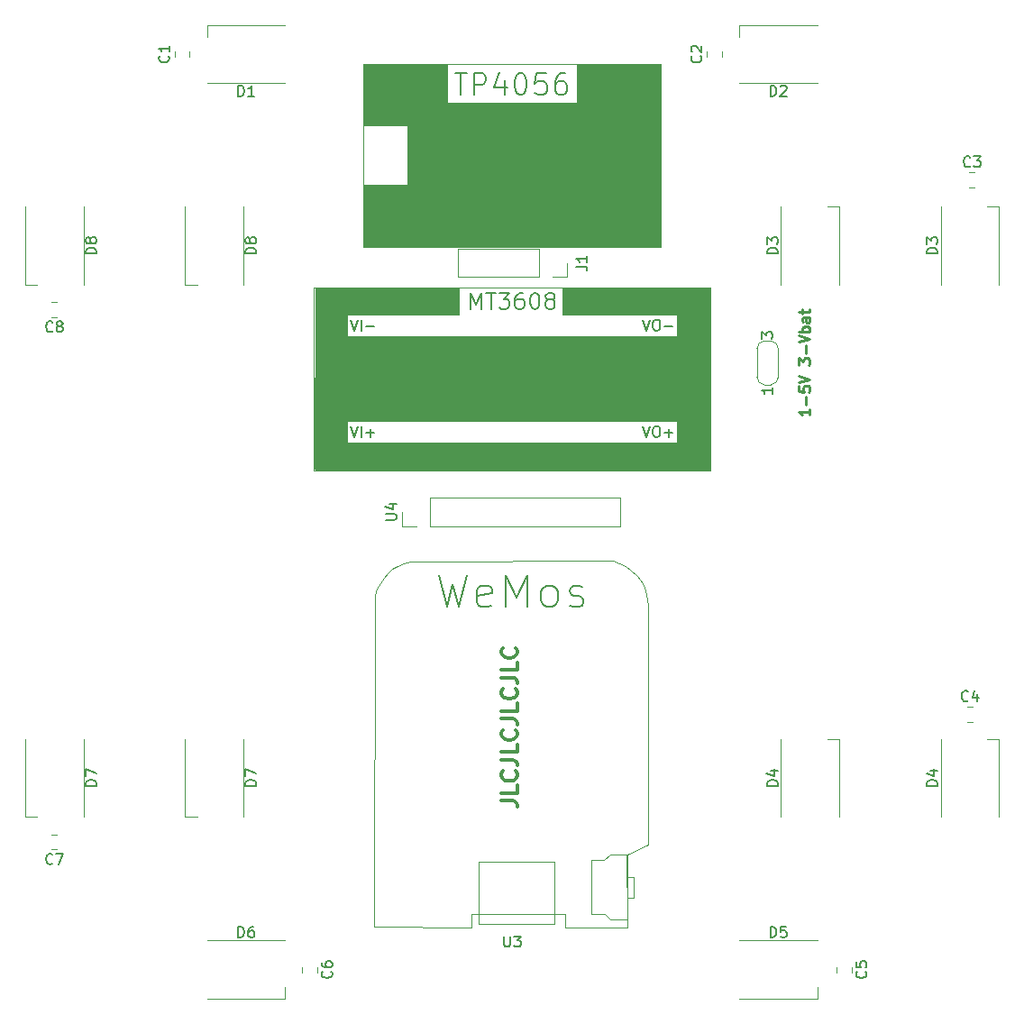
<source format=gbr>
%TF.GenerationSoftware,KiCad,Pcbnew,(5.1.6)-1*%
%TF.CreationDate,2020-10-21T23:40:19+01:00*%
%TF.ProjectId,nyantern,6e79616e-7465-4726-9e2e-6b696361645f,rev?*%
%TF.SameCoordinates,Original*%
%TF.FileFunction,Legend,Top*%
%TF.FilePolarity,Positive*%
%FSLAX46Y46*%
G04 Gerber Fmt 4.6, Leading zero omitted, Abs format (unit mm)*
G04 Created by KiCad (PCBNEW (5.1.6)-1) date 2020-10-21 23:40:19*
%MOMM*%
%LPD*%
G01*
G04 APERTURE LIST*
%ADD10C,0.250000*%
%ADD11C,0.300000*%
%ADD12C,0.120000*%
%ADD13C,0.100000*%
%ADD14C,0.150000*%
%ADD15C,0.200000*%
G04 APERTURE END LIST*
D10*
X177952380Y-90333333D02*
X177952380Y-90904761D01*
X177952380Y-90619047D02*
X176952380Y-90619047D01*
X177095238Y-90714285D01*
X177190476Y-90809523D01*
X177238095Y-90904761D01*
X177571428Y-89904761D02*
X177571428Y-89142857D01*
X176952380Y-88190476D02*
X176952380Y-88666666D01*
X177428571Y-88714285D01*
X177380952Y-88666666D01*
X177333333Y-88571428D01*
X177333333Y-88333333D01*
X177380952Y-88238095D01*
X177428571Y-88190476D01*
X177523809Y-88142857D01*
X177761904Y-88142857D01*
X177857142Y-88190476D01*
X177904761Y-88238095D01*
X177952380Y-88333333D01*
X177952380Y-88571428D01*
X177904761Y-88666666D01*
X177857142Y-88714285D01*
X176952380Y-87857142D02*
X177952380Y-87523809D01*
X176952380Y-87190476D01*
X176952380Y-86190476D02*
X176952380Y-85571428D01*
X177333333Y-85904761D01*
X177333333Y-85761904D01*
X177380952Y-85666666D01*
X177428571Y-85619047D01*
X177523809Y-85571428D01*
X177761904Y-85571428D01*
X177857142Y-85619047D01*
X177904761Y-85666666D01*
X177952380Y-85761904D01*
X177952380Y-86047619D01*
X177904761Y-86142857D01*
X177857142Y-86190476D01*
X177571428Y-85142857D02*
X177571428Y-84380952D01*
X176952380Y-84047619D02*
X177952380Y-83714285D01*
X176952380Y-83380952D01*
X177952380Y-83047619D02*
X176952380Y-83047619D01*
X177333333Y-83047619D02*
X177285714Y-82952380D01*
X177285714Y-82761904D01*
X177333333Y-82666666D01*
X177380952Y-82619047D01*
X177476190Y-82571428D01*
X177761904Y-82571428D01*
X177857142Y-82619047D01*
X177904761Y-82666666D01*
X177952380Y-82761904D01*
X177952380Y-82952380D01*
X177904761Y-83047619D01*
X177952380Y-81714285D02*
X177428571Y-81714285D01*
X177333333Y-81761904D01*
X177285714Y-81857142D01*
X177285714Y-82047619D01*
X177333333Y-82142857D01*
X177904761Y-81714285D02*
X177952380Y-81809523D01*
X177952380Y-82047619D01*
X177904761Y-82142857D01*
X177809523Y-82190476D01*
X177714285Y-82190476D01*
X177619047Y-82142857D01*
X177571428Y-82047619D01*
X177571428Y-81809523D01*
X177523809Y-81714285D01*
X177285714Y-81380952D02*
X177285714Y-81000000D01*
X176952380Y-81238095D02*
X177809523Y-81238095D01*
X177904761Y-81190476D01*
X177952380Y-81095238D01*
X177952380Y-81000000D01*
D11*
X148978571Y-127128571D02*
X150050000Y-127128571D01*
X150264285Y-127200000D01*
X150407142Y-127342857D01*
X150478571Y-127557142D01*
X150478571Y-127700000D01*
X150478571Y-125700000D02*
X150478571Y-126414285D01*
X148978571Y-126414285D01*
X150335714Y-124342857D02*
X150407142Y-124414285D01*
X150478571Y-124628571D01*
X150478571Y-124771428D01*
X150407142Y-124985714D01*
X150264285Y-125128571D01*
X150121428Y-125200000D01*
X149835714Y-125271428D01*
X149621428Y-125271428D01*
X149335714Y-125200000D01*
X149192857Y-125128571D01*
X149050000Y-124985714D01*
X148978571Y-124771428D01*
X148978571Y-124628571D01*
X149050000Y-124414285D01*
X149121428Y-124342857D01*
X148978571Y-123271428D02*
X150050000Y-123271428D01*
X150264285Y-123342857D01*
X150407142Y-123485714D01*
X150478571Y-123700000D01*
X150478571Y-123842857D01*
X150478571Y-121842857D02*
X150478571Y-122557142D01*
X148978571Y-122557142D01*
X150335714Y-120485714D02*
X150407142Y-120557142D01*
X150478571Y-120771428D01*
X150478571Y-120914285D01*
X150407142Y-121128571D01*
X150264285Y-121271428D01*
X150121428Y-121342857D01*
X149835714Y-121414285D01*
X149621428Y-121414285D01*
X149335714Y-121342857D01*
X149192857Y-121271428D01*
X149050000Y-121128571D01*
X148978571Y-120914285D01*
X148978571Y-120771428D01*
X149050000Y-120557142D01*
X149121428Y-120485714D01*
X148978571Y-119414285D02*
X150050000Y-119414285D01*
X150264285Y-119485714D01*
X150407142Y-119628571D01*
X150478571Y-119842857D01*
X150478571Y-119985714D01*
X150478571Y-117985714D02*
X150478571Y-118700000D01*
X148978571Y-118700000D01*
X150335714Y-116628571D02*
X150407142Y-116700000D01*
X150478571Y-116914285D01*
X150478571Y-117057142D01*
X150407142Y-117271428D01*
X150264285Y-117414285D01*
X150121428Y-117485714D01*
X149835714Y-117557142D01*
X149621428Y-117557142D01*
X149335714Y-117485714D01*
X149192857Y-117414285D01*
X149050000Y-117271428D01*
X148978571Y-117057142D01*
X148978571Y-116914285D01*
X149050000Y-116700000D01*
X149121428Y-116628571D01*
X148978571Y-115557142D02*
X150050000Y-115557142D01*
X150264285Y-115628571D01*
X150407142Y-115771428D01*
X150478571Y-115985714D01*
X150478571Y-116128571D01*
X150478571Y-114128571D02*
X150478571Y-114842857D01*
X148978571Y-114842857D01*
X150335714Y-112771428D02*
X150407142Y-112842857D01*
X150478571Y-113057142D01*
X150478571Y-113200000D01*
X150407142Y-113414285D01*
X150264285Y-113557142D01*
X150121428Y-113628571D01*
X149835714Y-113700000D01*
X149621428Y-113700000D01*
X149335714Y-113628571D01*
X149192857Y-113557142D01*
X149050000Y-113414285D01*
X148978571Y-113200000D01*
X148978571Y-113057142D01*
X149050000Y-112842857D01*
X149121428Y-112771428D01*
D12*
%TO.C,D8*%
X119250000Y-78650000D02*
X120400000Y-78650000D01*
X119250000Y-71350000D02*
X119250000Y-78650000D01*
X124750000Y-71350000D02*
X124750000Y-78650000D01*
%TO.C,D7*%
X119250000Y-128650000D02*
X120400000Y-128650000D01*
X119250000Y-121350000D02*
X119250000Y-128650000D01*
X124750000Y-121350000D02*
X124750000Y-128650000D01*
%TO.C,D4*%
X180750000Y-121350000D02*
X179600000Y-121350000D01*
X180750000Y-128650000D02*
X180750000Y-121350000D01*
X175250000Y-128650000D02*
X175250000Y-121350000D01*
%TO.C,D3*%
X180750000Y-71350000D02*
X179600000Y-71350000D01*
X180750000Y-78650000D02*
X180750000Y-71350000D01*
X175250000Y-78650000D02*
X175250000Y-71350000D01*
%TO.C,U4*%
X160110000Y-101330000D02*
X160110000Y-98670000D01*
X142270000Y-101330000D02*
X160110000Y-101330000D01*
X142270000Y-98670000D02*
X160110000Y-98670000D01*
X142270000Y-101330000D02*
X142270000Y-98670000D01*
X141000000Y-101330000D02*
X139670000Y-101330000D01*
X139670000Y-101330000D02*
X139670000Y-100000000D01*
D13*
%TO.C,U3*%
X160817472Y-139077228D02*
X155006180Y-139077228D01*
X155006180Y-139077228D02*
X154979849Y-137793795D01*
X154979849Y-137793795D02*
X146148627Y-137800483D01*
X146148627Y-137800483D02*
X146150603Y-139002736D01*
X146150603Y-139002736D02*
X137069807Y-138976658D01*
X137069807Y-138976658D02*
X137083805Y-107806507D01*
X137083805Y-107806507D02*
X137316616Y-107203714D01*
X137316616Y-107203714D02*
X137600099Y-106658833D01*
X137600099Y-106658833D02*
X137934747Y-106172423D01*
X137934747Y-106172423D02*
X138321047Y-105745048D01*
X138321047Y-105745048D02*
X138759488Y-105377259D01*
X138759488Y-105377259D02*
X139250560Y-105069623D01*
X139250560Y-105069623D02*
X139794750Y-104822690D01*
X139794750Y-104822690D02*
X140392547Y-104637024D01*
X140392547Y-104637024D02*
X159430460Y-104608266D01*
X159430460Y-104608266D02*
X160049824Y-104842259D01*
X160049824Y-104842259D02*
X160638018Y-105126742D01*
X160638018Y-105126742D02*
X161181445Y-105476257D01*
X161181445Y-105476257D02*
X161666503Y-105905342D01*
X161666503Y-105905342D02*
X162079595Y-106428540D01*
X162079595Y-106428540D02*
X162407122Y-107060387D01*
X162407122Y-107060387D02*
X162635482Y-107815425D01*
X162635482Y-107815425D02*
X162751078Y-108708193D01*
X162751078Y-108708193D02*
X162776026Y-131263285D01*
X162776026Y-131263285D02*
X160832480Y-132224181D01*
X160832480Y-132224181D02*
X160802686Y-139032524D01*
X146820350Y-132851451D02*
X153959931Y-132851451D01*
X153959931Y-132851451D02*
X153959931Y-138665188D01*
X153959931Y-138665188D02*
X146820350Y-138665188D01*
X146820350Y-138665188D02*
X146820350Y-132851451D01*
X160743600Y-132202349D02*
X159191378Y-132202349D01*
X159191378Y-132202349D02*
X158662211Y-132731515D01*
X158662211Y-132731515D02*
X157409850Y-132731515D01*
X157409850Y-132731515D02*
X157409850Y-137793876D01*
X157409850Y-137793876D02*
X158697489Y-137793876D01*
X158697489Y-137793876D02*
X159226656Y-138287765D01*
X159226656Y-138287765D02*
X160796517Y-138287765D01*
X160796517Y-138287765D02*
X160743600Y-132202349D01*
X160778878Y-134283738D02*
X161431517Y-134283738D01*
X161431517Y-134283738D02*
X161431517Y-136276932D01*
X161431517Y-136276932D02*
X160814156Y-136276932D01*
D12*
%TO.C,U2*%
X131400000Y-78900000D02*
X131400000Y-96100000D01*
X131400000Y-96100000D02*
X168600000Y-96100000D01*
X168600000Y-96100000D02*
X168600000Y-78900000D01*
X168600000Y-78900000D02*
X131400000Y-78900000D01*
D13*
G36*
X145000000Y-81500000D02*
G01*
X131500000Y-81500000D01*
X131500000Y-78900000D01*
X145000000Y-78900000D01*
X145000000Y-81500000D01*
G37*
X145000000Y-81500000D02*
X131500000Y-81500000D01*
X131500000Y-78900000D01*
X145000000Y-78900000D01*
X145000000Y-81500000D01*
G36*
X131487500Y-95975000D02*
G01*
X131500000Y-78900000D01*
X134525000Y-78950000D01*
X134512500Y-96025000D01*
X131487500Y-95975000D01*
G37*
X131487500Y-95975000D02*
X131500000Y-78900000D01*
X134525000Y-78950000D01*
X134512500Y-96025000D01*
X131487500Y-95975000D01*
G36*
X168500000Y-96100000D02*
G01*
X131500000Y-96100000D01*
X131500000Y-93500000D01*
X168500000Y-93500000D01*
X168500000Y-96100000D01*
G37*
X168500000Y-96100000D02*
X131500000Y-96100000D01*
X131500000Y-93500000D01*
X168500000Y-93500000D01*
X168500000Y-96100000D01*
G36*
X168500000Y-91500000D02*
G01*
X134500000Y-91500000D01*
X134500000Y-83500000D01*
X168500000Y-83500000D01*
X168500000Y-91500000D01*
G37*
X168500000Y-91500000D02*
X134500000Y-91500000D01*
X134500000Y-83500000D01*
X168500000Y-83500000D01*
X168500000Y-91500000D01*
G36*
X168500000Y-81500000D02*
G01*
X154750000Y-81500000D01*
X154750000Y-78900000D01*
X168500000Y-78900000D01*
X168500000Y-81500000D01*
G37*
X168500000Y-81500000D02*
X154750000Y-81500000D01*
X154750000Y-78900000D01*
X168500000Y-78900000D01*
X168500000Y-81500000D01*
G36*
X165487500Y-95975000D02*
G01*
X165500000Y-78900000D01*
X168525000Y-78950000D01*
X168512500Y-96025000D01*
X165487500Y-95975000D01*
G37*
X165487500Y-95975000D02*
X165500000Y-78900000D01*
X168525000Y-78950000D01*
X168512500Y-96025000D01*
X165487500Y-95975000D01*
D12*
%TO.C,U1*%
X136000000Y-57900000D02*
X164000000Y-57900000D01*
X164000000Y-57900000D02*
X164000000Y-75100000D01*
X164000000Y-75100000D02*
X136000000Y-75100000D01*
X136000000Y-75100000D02*
X136000000Y-57900000D01*
D13*
G36*
X164000000Y-75100000D02*
G01*
X140200000Y-75100000D01*
X140200000Y-61600000D01*
X164000000Y-61600000D01*
X164000000Y-75100000D01*
G37*
X164000000Y-75100000D02*
X140200000Y-75100000D01*
X140200000Y-61600000D01*
X164000000Y-61600000D01*
X164000000Y-75100000D01*
G36*
X143900000Y-63700000D02*
G01*
X136000000Y-63700000D01*
X136000000Y-57900000D01*
X143900000Y-57900000D01*
X143900000Y-63700000D01*
G37*
X143900000Y-63700000D02*
X136000000Y-63700000D01*
X136000000Y-57900000D01*
X143900000Y-57900000D01*
X143900000Y-63700000D01*
G36*
X140300000Y-75100000D02*
G01*
X136000000Y-75100000D01*
X136000000Y-69300000D01*
X140300000Y-69300000D01*
X140300000Y-75100000D01*
G37*
X140300000Y-75100000D02*
X136000000Y-75100000D01*
X136000000Y-69300000D01*
X140300000Y-69300000D01*
X140300000Y-75100000D01*
G36*
X164000000Y-63700000D02*
G01*
X156100000Y-63700000D01*
X156100000Y-57900000D01*
X164000000Y-57900000D01*
X164000000Y-63700000D01*
G37*
X164000000Y-63700000D02*
X156100000Y-63700000D01*
X156100000Y-57900000D01*
X164000000Y-57900000D01*
X164000000Y-63700000D01*
D12*
%TO.C,JP1*%
X174300000Y-88050000D02*
X173700000Y-88050000D01*
X175000000Y-84600000D02*
X175000000Y-87400000D01*
X173700000Y-83950000D02*
X174300000Y-83950000D01*
X173000000Y-87400000D02*
X173000000Y-84600000D01*
X173700000Y-88050000D02*
G75*
G02*
X173000000Y-87350000I0J700000D01*
G01*
X175000000Y-87350000D02*
G75*
G02*
X174300000Y-88050000I-700000J0D01*
G01*
X174300000Y-83950000D02*
G75*
G02*
X175000000Y-84650000I0J-700000D01*
G01*
X173000000Y-84650000D02*
G75*
G02*
X173700000Y-83950000I700000J0D01*
G01*
%TO.C,C8*%
X107258578Y-81710000D02*
X106741422Y-81710000D01*
X107258578Y-80290000D02*
X106741422Y-80290000D01*
%TO.C,C7*%
X107258578Y-131710000D02*
X106741422Y-131710000D01*
X107258578Y-130290000D02*
X106741422Y-130290000D01*
%TO.C,C6*%
X131710000Y-142741422D02*
X131710000Y-143258578D01*
X130290000Y-142741422D02*
X130290000Y-143258578D01*
%TO.C,C5*%
X181910000Y-142741422D02*
X181910000Y-143258578D01*
X180490000Y-142741422D02*
X180490000Y-143258578D01*
%TO.C,C4*%
X192741422Y-118290000D02*
X193258578Y-118290000D01*
X192741422Y-119710000D02*
X193258578Y-119710000D01*
%TO.C,C3*%
X192941422Y-68090000D02*
X193458578Y-68090000D01*
X192941422Y-69510000D02*
X193458578Y-69510000D01*
%TO.C,C2*%
X168290000Y-57258578D02*
X168290000Y-56741422D01*
X169710000Y-57258578D02*
X169710000Y-56741422D01*
%TO.C,C1*%
X118290000Y-57258578D02*
X118290000Y-56741422D01*
X119710000Y-57258578D02*
X119710000Y-56741422D01*
%TO.C,D8*%
X109750000Y-71350000D02*
X109750000Y-78650000D01*
X104250000Y-71350000D02*
X104250000Y-78650000D01*
X104250000Y-78650000D02*
X105400000Y-78650000D01*
%TO.C,D7*%
X109750000Y-121350000D02*
X109750000Y-128650000D01*
X104250000Y-121350000D02*
X104250000Y-128650000D01*
X104250000Y-128650000D02*
X105400000Y-128650000D01*
%TO.C,D6*%
X121350000Y-140250000D02*
X128650000Y-140250000D01*
X121350000Y-145750000D02*
X128650000Y-145750000D01*
X128650000Y-145750000D02*
X128650000Y-144600000D01*
%TO.C,D5*%
X171350000Y-140250000D02*
X178650000Y-140250000D01*
X171350000Y-145750000D02*
X178650000Y-145750000D01*
X178650000Y-145750000D02*
X178650000Y-144600000D01*
%TO.C,D4*%
X190250000Y-128650000D02*
X190250000Y-121350000D01*
X195750000Y-128650000D02*
X195750000Y-121350000D01*
X195750000Y-121350000D02*
X194600000Y-121350000D01*
%TO.C,D3*%
X190250000Y-78650000D02*
X190250000Y-71350000D01*
X195750000Y-78650000D02*
X195750000Y-71350000D01*
X195750000Y-71350000D02*
X194600000Y-71350000D01*
%TO.C,D2*%
X178650000Y-59750000D02*
X171350000Y-59750000D01*
X178650000Y-54250000D02*
X171350000Y-54250000D01*
X171350000Y-54250000D02*
X171350000Y-55400000D01*
%TO.C,D1*%
X128650000Y-59750000D02*
X121350000Y-59750000D01*
X128650000Y-54250000D02*
X121350000Y-54250000D01*
X121350000Y-54250000D02*
X121350000Y-55400000D01*
%TO.C,J1*%
X155150000Y-76620000D02*
X155150000Y-77950000D01*
X155150000Y-77950000D02*
X153820000Y-77950000D01*
X152550000Y-77950000D02*
X144870000Y-77950000D01*
X144870000Y-75290000D02*
X144870000Y-77950000D01*
X152550000Y-75290000D02*
X144870000Y-75290000D01*
X152550000Y-75290000D02*
X152550000Y-77950000D01*
%TO.C,D8*%
D14*
X125952380Y-75738095D02*
X124952380Y-75738095D01*
X124952380Y-75500000D01*
X125000000Y-75357142D01*
X125095238Y-75261904D01*
X125190476Y-75214285D01*
X125380952Y-75166666D01*
X125523809Y-75166666D01*
X125714285Y-75214285D01*
X125809523Y-75261904D01*
X125904761Y-75357142D01*
X125952380Y-75500000D01*
X125952380Y-75738095D01*
X125380952Y-74595238D02*
X125333333Y-74690476D01*
X125285714Y-74738095D01*
X125190476Y-74785714D01*
X125142857Y-74785714D01*
X125047619Y-74738095D01*
X125000000Y-74690476D01*
X124952380Y-74595238D01*
X124952380Y-74404761D01*
X125000000Y-74309523D01*
X125047619Y-74261904D01*
X125142857Y-74214285D01*
X125190476Y-74214285D01*
X125285714Y-74261904D01*
X125333333Y-74309523D01*
X125380952Y-74404761D01*
X125380952Y-74595238D01*
X125428571Y-74690476D01*
X125476190Y-74738095D01*
X125571428Y-74785714D01*
X125761904Y-74785714D01*
X125857142Y-74738095D01*
X125904761Y-74690476D01*
X125952380Y-74595238D01*
X125952380Y-74404761D01*
X125904761Y-74309523D01*
X125857142Y-74261904D01*
X125761904Y-74214285D01*
X125571428Y-74214285D01*
X125476190Y-74261904D01*
X125428571Y-74309523D01*
X125380952Y-74404761D01*
%TO.C,D7*%
X125952380Y-125738095D02*
X124952380Y-125738095D01*
X124952380Y-125500000D01*
X125000000Y-125357142D01*
X125095238Y-125261904D01*
X125190476Y-125214285D01*
X125380952Y-125166666D01*
X125523809Y-125166666D01*
X125714285Y-125214285D01*
X125809523Y-125261904D01*
X125904761Y-125357142D01*
X125952380Y-125500000D01*
X125952380Y-125738095D01*
X124952380Y-124833333D02*
X124952380Y-124166666D01*
X125952380Y-124595238D01*
%TO.C,D4*%
X174952380Y-125738095D02*
X173952380Y-125738095D01*
X173952380Y-125500000D01*
X174000000Y-125357142D01*
X174095238Y-125261904D01*
X174190476Y-125214285D01*
X174380952Y-125166666D01*
X174523809Y-125166666D01*
X174714285Y-125214285D01*
X174809523Y-125261904D01*
X174904761Y-125357142D01*
X174952380Y-125500000D01*
X174952380Y-125738095D01*
X174285714Y-124309523D02*
X174952380Y-124309523D01*
X173904761Y-124547619D02*
X174619047Y-124785714D01*
X174619047Y-124166666D01*
%TO.C,D3*%
X174952380Y-75738095D02*
X173952380Y-75738095D01*
X173952380Y-75500000D01*
X174000000Y-75357142D01*
X174095238Y-75261904D01*
X174190476Y-75214285D01*
X174380952Y-75166666D01*
X174523809Y-75166666D01*
X174714285Y-75214285D01*
X174809523Y-75261904D01*
X174904761Y-75357142D01*
X174952380Y-75500000D01*
X174952380Y-75738095D01*
X173952380Y-74833333D02*
X173952380Y-74214285D01*
X174333333Y-74547619D01*
X174333333Y-74404761D01*
X174380952Y-74309523D01*
X174428571Y-74261904D01*
X174523809Y-74214285D01*
X174761904Y-74214285D01*
X174857142Y-74261904D01*
X174904761Y-74309523D01*
X174952380Y-74404761D01*
X174952380Y-74690476D01*
X174904761Y-74785714D01*
X174857142Y-74833333D01*
%TO.C,U4*%
X138122380Y-100761904D02*
X138931904Y-100761904D01*
X139027142Y-100714285D01*
X139074761Y-100666666D01*
X139122380Y-100571428D01*
X139122380Y-100380952D01*
X139074761Y-100285714D01*
X139027142Y-100238095D01*
X138931904Y-100190476D01*
X138122380Y-100190476D01*
X138455714Y-99285714D02*
X139122380Y-99285714D01*
X138074761Y-99523809D02*
X138789047Y-99761904D01*
X138789047Y-99142857D01*
%TO.C,U3*%
X149238095Y-139852380D02*
X149238095Y-140661904D01*
X149285714Y-140757142D01*
X149333333Y-140804761D01*
X149428571Y-140852380D01*
X149619047Y-140852380D01*
X149714285Y-140804761D01*
X149761904Y-140757142D01*
X149809523Y-140661904D01*
X149809523Y-139852380D01*
X150190476Y-139852380D02*
X150809523Y-139852380D01*
X150476190Y-140233333D01*
X150619047Y-140233333D01*
X150714285Y-140280952D01*
X150761904Y-140328571D01*
X150809523Y-140423809D01*
X150809523Y-140661904D01*
X150761904Y-140757142D01*
X150714285Y-140804761D01*
X150619047Y-140852380D01*
X150333333Y-140852380D01*
X150238095Y-140804761D01*
X150190476Y-140757142D01*
X143142857Y-105917142D02*
X143857142Y-108917142D01*
X144428571Y-106774285D01*
X145000000Y-108917142D01*
X145714285Y-105917142D01*
X148000000Y-108774285D02*
X147714285Y-108917142D01*
X147142857Y-108917142D01*
X146857142Y-108774285D01*
X146714285Y-108488571D01*
X146714285Y-107345714D01*
X146857142Y-107060000D01*
X147142857Y-106917142D01*
X147714285Y-106917142D01*
X148000000Y-107060000D01*
X148142857Y-107345714D01*
X148142857Y-107631428D01*
X146714285Y-107917142D01*
X149428571Y-108917142D02*
X149428571Y-105917142D01*
X150428571Y-108060000D01*
X151428571Y-105917142D01*
X151428571Y-108917142D01*
X153285714Y-108917142D02*
X153000000Y-108774285D01*
X152857142Y-108631428D01*
X152714285Y-108345714D01*
X152714285Y-107488571D01*
X152857142Y-107202857D01*
X153000000Y-107060000D01*
X153285714Y-106917142D01*
X153714285Y-106917142D01*
X154000000Y-107060000D01*
X154142857Y-107202857D01*
X154285714Y-107488571D01*
X154285714Y-108345714D01*
X154142857Y-108631428D01*
X154000000Y-108774285D01*
X153714285Y-108917142D01*
X153285714Y-108917142D01*
X155428571Y-108774285D02*
X155714285Y-108917142D01*
X156285714Y-108917142D01*
X156571428Y-108774285D01*
X156714285Y-108488571D01*
X156714285Y-108345714D01*
X156571428Y-108060000D01*
X156285714Y-107917142D01*
X155857142Y-107917142D01*
X155571428Y-107774285D01*
X155428571Y-107488571D01*
X155428571Y-107345714D01*
X155571428Y-107060000D01*
X155857142Y-106917142D01*
X156285714Y-106917142D01*
X156571428Y-107060000D01*
%TO.C,U2*%
D15*
X162273809Y-81952380D02*
X162607142Y-82952380D01*
X162940476Y-81952380D01*
X163464285Y-81952380D02*
X163654761Y-81952380D01*
X163750000Y-82000000D01*
X163845238Y-82095238D01*
X163892857Y-82285714D01*
X163892857Y-82619047D01*
X163845238Y-82809523D01*
X163750000Y-82904761D01*
X163654761Y-82952380D01*
X163464285Y-82952380D01*
X163369047Y-82904761D01*
X163273809Y-82809523D01*
X163226190Y-82619047D01*
X163226190Y-82285714D01*
X163273809Y-82095238D01*
X163369047Y-82000000D01*
X163464285Y-81952380D01*
X164321428Y-82571428D02*
X165083333Y-82571428D01*
X162273809Y-91952380D02*
X162607142Y-92952380D01*
X162940476Y-91952380D01*
X163464285Y-91952380D02*
X163654761Y-91952380D01*
X163750000Y-92000000D01*
X163845238Y-92095238D01*
X163892857Y-92285714D01*
X163892857Y-92619047D01*
X163845238Y-92809523D01*
X163750000Y-92904761D01*
X163654761Y-92952380D01*
X163464285Y-92952380D01*
X163369047Y-92904761D01*
X163273809Y-92809523D01*
X163226190Y-92619047D01*
X163226190Y-92285714D01*
X163273809Y-92095238D01*
X163369047Y-92000000D01*
X163464285Y-91952380D01*
X164321428Y-92571428D02*
X165083333Y-92571428D01*
X164702380Y-92952380D02*
X164702380Y-92190476D01*
X134809523Y-81952380D02*
X135142857Y-82952380D01*
X135476190Y-81952380D01*
X135809523Y-82952380D02*
X135809523Y-81952380D01*
X136285714Y-82571428D02*
X137047619Y-82571428D01*
X134809523Y-91952380D02*
X135142857Y-92952380D01*
X135476190Y-91952380D01*
X135809523Y-92952380D02*
X135809523Y-91952380D01*
X136285714Y-92571428D02*
X137047619Y-92571428D01*
X136666666Y-92952380D02*
X136666666Y-92190476D01*
X146071428Y-80928571D02*
X146071428Y-79428571D01*
X146571428Y-80500000D01*
X147071428Y-79428571D01*
X147071428Y-80928571D01*
X147571428Y-79428571D02*
X148428571Y-79428571D01*
X148000000Y-80928571D02*
X148000000Y-79428571D01*
X148785714Y-79428571D02*
X149714285Y-79428571D01*
X149214285Y-80000000D01*
X149428571Y-80000000D01*
X149571428Y-80071428D01*
X149642857Y-80142857D01*
X149714285Y-80285714D01*
X149714285Y-80642857D01*
X149642857Y-80785714D01*
X149571428Y-80857142D01*
X149428571Y-80928571D01*
X149000000Y-80928571D01*
X148857142Y-80857142D01*
X148785714Y-80785714D01*
X151000000Y-79428571D02*
X150714285Y-79428571D01*
X150571428Y-79500000D01*
X150500000Y-79571428D01*
X150357142Y-79785714D01*
X150285714Y-80071428D01*
X150285714Y-80642857D01*
X150357142Y-80785714D01*
X150428571Y-80857142D01*
X150571428Y-80928571D01*
X150857142Y-80928571D01*
X151000000Y-80857142D01*
X151071428Y-80785714D01*
X151142857Y-80642857D01*
X151142857Y-80285714D01*
X151071428Y-80142857D01*
X151000000Y-80071428D01*
X150857142Y-80000000D01*
X150571428Y-80000000D01*
X150428571Y-80071428D01*
X150357142Y-80142857D01*
X150285714Y-80285714D01*
X152071428Y-79428571D02*
X152214285Y-79428571D01*
X152357142Y-79500000D01*
X152428571Y-79571428D01*
X152500000Y-79714285D01*
X152571428Y-80000000D01*
X152571428Y-80357142D01*
X152500000Y-80642857D01*
X152428571Y-80785714D01*
X152357142Y-80857142D01*
X152214285Y-80928571D01*
X152071428Y-80928571D01*
X151928571Y-80857142D01*
X151857142Y-80785714D01*
X151785714Y-80642857D01*
X151714285Y-80357142D01*
X151714285Y-80000000D01*
X151785714Y-79714285D01*
X151857142Y-79571428D01*
X151928571Y-79500000D01*
X152071428Y-79428571D01*
X153428571Y-80071428D02*
X153285714Y-80000000D01*
X153214285Y-79928571D01*
X153142857Y-79785714D01*
X153142857Y-79714285D01*
X153214285Y-79571428D01*
X153285714Y-79500000D01*
X153428571Y-79428571D01*
X153714285Y-79428571D01*
X153857142Y-79500000D01*
X153928571Y-79571428D01*
X154000000Y-79714285D01*
X154000000Y-79785714D01*
X153928571Y-79928571D01*
X153857142Y-80000000D01*
X153714285Y-80071428D01*
X153428571Y-80071428D01*
X153285714Y-80142857D01*
X153214285Y-80214285D01*
X153142857Y-80357142D01*
X153142857Y-80642857D01*
X153214285Y-80785714D01*
X153285714Y-80857142D01*
X153428571Y-80928571D01*
X153714285Y-80928571D01*
X153857142Y-80857142D01*
X153928571Y-80785714D01*
X154000000Y-80642857D01*
X154000000Y-80357142D01*
X153928571Y-80214285D01*
X153857142Y-80142857D01*
X153714285Y-80071428D01*
%TO.C,U1*%
X144619047Y-58804761D02*
X145761904Y-58804761D01*
X145190476Y-60804761D02*
X145190476Y-58804761D01*
X146428571Y-60804761D02*
X146428571Y-58804761D01*
X147190476Y-58804761D01*
X147380952Y-58900000D01*
X147476190Y-58995238D01*
X147571428Y-59185714D01*
X147571428Y-59471428D01*
X147476190Y-59661904D01*
X147380952Y-59757142D01*
X147190476Y-59852380D01*
X146428571Y-59852380D01*
X149285714Y-59471428D02*
X149285714Y-60804761D01*
X148809523Y-58709523D02*
X148333333Y-60138095D01*
X149571428Y-60138095D01*
X150714285Y-58804761D02*
X150904761Y-58804761D01*
X151095238Y-58900000D01*
X151190476Y-58995238D01*
X151285714Y-59185714D01*
X151380952Y-59566666D01*
X151380952Y-60042857D01*
X151285714Y-60423809D01*
X151190476Y-60614285D01*
X151095238Y-60709523D01*
X150904761Y-60804761D01*
X150714285Y-60804761D01*
X150523809Y-60709523D01*
X150428571Y-60614285D01*
X150333333Y-60423809D01*
X150238095Y-60042857D01*
X150238095Y-59566666D01*
X150333333Y-59185714D01*
X150428571Y-58995238D01*
X150523809Y-58900000D01*
X150714285Y-58804761D01*
X153190476Y-58804761D02*
X152238095Y-58804761D01*
X152142857Y-59757142D01*
X152238095Y-59661904D01*
X152428571Y-59566666D01*
X152904761Y-59566666D01*
X153095238Y-59661904D01*
X153190476Y-59757142D01*
X153285714Y-59947619D01*
X153285714Y-60423809D01*
X153190476Y-60614285D01*
X153095238Y-60709523D01*
X152904761Y-60804761D01*
X152428571Y-60804761D01*
X152238095Y-60709523D01*
X152142857Y-60614285D01*
X155000000Y-58804761D02*
X154619047Y-58804761D01*
X154428571Y-58900000D01*
X154333333Y-58995238D01*
X154142857Y-59280952D01*
X154047619Y-59661904D01*
X154047619Y-60423809D01*
X154142857Y-60614285D01*
X154238095Y-60709523D01*
X154428571Y-60804761D01*
X154809523Y-60804761D01*
X155000000Y-60709523D01*
X155095238Y-60614285D01*
X155190476Y-60423809D01*
X155190476Y-59947619D01*
X155095238Y-59757142D01*
X155000000Y-59661904D01*
X154809523Y-59566666D01*
X154428571Y-59566666D01*
X154238095Y-59661904D01*
X154142857Y-59757142D01*
X154047619Y-59947619D01*
%TO.C,JP1*%
D14*
X174452380Y-88314285D02*
X174452380Y-88885714D01*
X174452380Y-88600000D02*
X173452380Y-88600000D01*
X173595238Y-88695238D01*
X173690476Y-88790476D01*
X173738095Y-88885714D01*
X173452380Y-83733333D02*
X173452380Y-83114285D01*
X173833333Y-83447619D01*
X173833333Y-83304761D01*
X173880952Y-83209523D01*
X173928571Y-83161904D01*
X174023809Y-83114285D01*
X174261904Y-83114285D01*
X174357142Y-83161904D01*
X174404761Y-83209523D01*
X174452380Y-83304761D01*
X174452380Y-83590476D01*
X174404761Y-83685714D01*
X174357142Y-83733333D01*
%TO.C,C8*%
X106833333Y-83007142D02*
X106785714Y-83054761D01*
X106642857Y-83102380D01*
X106547619Y-83102380D01*
X106404761Y-83054761D01*
X106309523Y-82959523D01*
X106261904Y-82864285D01*
X106214285Y-82673809D01*
X106214285Y-82530952D01*
X106261904Y-82340476D01*
X106309523Y-82245238D01*
X106404761Y-82150000D01*
X106547619Y-82102380D01*
X106642857Y-82102380D01*
X106785714Y-82150000D01*
X106833333Y-82197619D01*
X107404761Y-82530952D02*
X107309523Y-82483333D01*
X107261904Y-82435714D01*
X107214285Y-82340476D01*
X107214285Y-82292857D01*
X107261904Y-82197619D01*
X107309523Y-82150000D01*
X107404761Y-82102380D01*
X107595238Y-82102380D01*
X107690476Y-82150000D01*
X107738095Y-82197619D01*
X107785714Y-82292857D01*
X107785714Y-82340476D01*
X107738095Y-82435714D01*
X107690476Y-82483333D01*
X107595238Y-82530952D01*
X107404761Y-82530952D01*
X107309523Y-82578571D01*
X107261904Y-82626190D01*
X107214285Y-82721428D01*
X107214285Y-82911904D01*
X107261904Y-83007142D01*
X107309523Y-83054761D01*
X107404761Y-83102380D01*
X107595238Y-83102380D01*
X107690476Y-83054761D01*
X107738095Y-83007142D01*
X107785714Y-82911904D01*
X107785714Y-82721428D01*
X107738095Y-82626190D01*
X107690476Y-82578571D01*
X107595238Y-82530952D01*
%TO.C,C7*%
X106833333Y-133007142D02*
X106785714Y-133054761D01*
X106642857Y-133102380D01*
X106547619Y-133102380D01*
X106404761Y-133054761D01*
X106309523Y-132959523D01*
X106261904Y-132864285D01*
X106214285Y-132673809D01*
X106214285Y-132530952D01*
X106261904Y-132340476D01*
X106309523Y-132245238D01*
X106404761Y-132150000D01*
X106547619Y-132102380D01*
X106642857Y-132102380D01*
X106785714Y-132150000D01*
X106833333Y-132197619D01*
X107166666Y-132102380D02*
X107833333Y-132102380D01*
X107404761Y-133102380D01*
%TO.C,C6*%
X133007142Y-143166666D02*
X133054761Y-143214285D01*
X133102380Y-143357142D01*
X133102380Y-143452380D01*
X133054761Y-143595238D01*
X132959523Y-143690476D01*
X132864285Y-143738095D01*
X132673809Y-143785714D01*
X132530952Y-143785714D01*
X132340476Y-143738095D01*
X132245238Y-143690476D01*
X132150000Y-143595238D01*
X132102380Y-143452380D01*
X132102380Y-143357142D01*
X132150000Y-143214285D01*
X132197619Y-143166666D01*
X132102380Y-142309523D02*
X132102380Y-142500000D01*
X132150000Y-142595238D01*
X132197619Y-142642857D01*
X132340476Y-142738095D01*
X132530952Y-142785714D01*
X132911904Y-142785714D01*
X133007142Y-142738095D01*
X133054761Y-142690476D01*
X133102380Y-142595238D01*
X133102380Y-142404761D01*
X133054761Y-142309523D01*
X133007142Y-142261904D01*
X132911904Y-142214285D01*
X132673809Y-142214285D01*
X132578571Y-142261904D01*
X132530952Y-142309523D01*
X132483333Y-142404761D01*
X132483333Y-142595238D01*
X132530952Y-142690476D01*
X132578571Y-142738095D01*
X132673809Y-142785714D01*
%TO.C,C5*%
X183207142Y-143166666D02*
X183254761Y-143214285D01*
X183302380Y-143357142D01*
X183302380Y-143452380D01*
X183254761Y-143595238D01*
X183159523Y-143690476D01*
X183064285Y-143738095D01*
X182873809Y-143785714D01*
X182730952Y-143785714D01*
X182540476Y-143738095D01*
X182445238Y-143690476D01*
X182350000Y-143595238D01*
X182302380Y-143452380D01*
X182302380Y-143357142D01*
X182350000Y-143214285D01*
X182397619Y-143166666D01*
X182302380Y-142261904D02*
X182302380Y-142738095D01*
X182778571Y-142785714D01*
X182730952Y-142738095D01*
X182683333Y-142642857D01*
X182683333Y-142404761D01*
X182730952Y-142309523D01*
X182778571Y-142261904D01*
X182873809Y-142214285D01*
X183111904Y-142214285D01*
X183207142Y-142261904D01*
X183254761Y-142309523D01*
X183302380Y-142404761D01*
X183302380Y-142642857D01*
X183254761Y-142738095D01*
X183207142Y-142785714D01*
%TO.C,C4*%
X192833333Y-117707142D02*
X192785714Y-117754761D01*
X192642857Y-117802380D01*
X192547619Y-117802380D01*
X192404761Y-117754761D01*
X192309523Y-117659523D01*
X192261904Y-117564285D01*
X192214285Y-117373809D01*
X192214285Y-117230952D01*
X192261904Y-117040476D01*
X192309523Y-116945238D01*
X192404761Y-116850000D01*
X192547619Y-116802380D01*
X192642857Y-116802380D01*
X192785714Y-116850000D01*
X192833333Y-116897619D01*
X193690476Y-117135714D02*
X193690476Y-117802380D01*
X193452380Y-116754761D02*
X193214285Y-117469047D01*
X193833333Y-117469047D01*
%TO.C,C3*%
X193033333Y-67507142D02*
X192985714Y-67554761D01*
X192842857Y-67602380D01*
X192747619Y-67602380D01*
X192604761Y-67554761D01*
X192509523Y-67459523D01*
X192461904Y-67364285D01*
X192414285Y-67173809D01*
X192414285Y-67030952D01*
X192461904Y-66840476D01*
X192509523Y-66745238D01*
X192604761Y-66650000D01*
X192747619Y-66602380D01*
X192842857Y-66602380D01*
X192985714Y-66650000D01*
X193033333Y-66697619D01*
X193366666Y-66602380D02*
X193985714Y-66602380D01*
X193652380Y-66983333D01*
X193795238Y-66983333D01*
X193890476Y-67030952D01*
X193938095Y-67078571D01*
X193985714Y-67173809D01*
X193985714Y-67411904D01*
X193938095Y-67507142D01*
X193890476Y-67554761D01*
X193795238Y-67602380D01*
X193509523Y-67602380D01*
X193414285Y-67554761D01*
X193366666Y-67507142D01*
%TO.C,C2*%
X167707142Y-57166666D02*
X167754761Y-57214285D01*
X167802380Y-57357142D01*
X167802380Y-57452380D01*
X167754761Y-57595238D01*
X167659523Y-57690476D01*
X167564285Y-57738095D01*
X167373809Y-57785714D01*
X167230952Y-57785714D01*
X167040476Y-57738095D01*
X166945238Y-57690476D01*
X166850000Y-57595238D01*
X166802380Y-57452380D01*
X166802380Y-57357142D01*
X166850000Y-57214285D01*
X166897619Y-57166666D01*
X166897619Y-56785714D02*
X166850000Y-56738095D01*
X166802380Y-56642857D01*
X166802380Y-56404761D01*
X166850000Y-56309523D01*
X166897619Y-56261904D01*
X166992857Y-56214285D01*
X167088095Y-56214285D01*
X167230952Y-56261904D01*
X167802380Y-56833333D01*
X167802380Y-56214285D01*
%TO.C,C1*%
X117707142Y-57166666D02*
X117754761Y-57214285D01*
X117802380Y-57357142D01*
X117802380Y-57452380D01*
X117754761Y-57595238D01*
X117659523Y-57690476D01*
X117564285Y-57738095D01*
X117373809Y-57785714D01*
X117230952Y-57785714D01*
X117040476Y-57738095D01*
X116945238Y-57690476D01*
X116850000Y-57595238D01*
X116802380Y-57452380D01*
X116802380Y-57357142D01*
X116850000Y-57214285D01*
X116897619Y-57166666D01*
X117802380Y-56214285D02*
X117802380Y-56785714D01*
X117802380Y-56500000D02*
X116802380Y-56500000D01*
X116945238Y-56595238D01*
X117040476Y-56690476D01*
X117088095Y-56785714D01*
%TO.C,D8*%
X110952380Y-75738095D02*
X109952380Y-75738095D01*
X109952380Y-75500000D01*
X110000000Y-75357142D01*
X110095238Y-75261904D01*
X110190476Y-75214285D01*
X110380952Y-75166666D01*
X110523809Y-75166666D01*
X110714285Y-75214285D01*
X110809523Y-75261904D01*
X110904761Y-75357142D01*
X110952380Y-75500000D01*
X110952380Y-75738095D01*
X110380952Y-74595238D02*
X110333333Y-74690476D01*
X110285714Y-74738095D01*
X110190476Y-74785714D01*
X110142857Y-74785714D01*
X110047619Y-74738095D01*
X110000000Y-74690476D01*
X109952380Y-74595238D01*
X109952380Y-74404761D01*
X110000000Y-74309523D01*
X110047619Y-74261904D01*
X110142857Y-74214285D01*
X110190476Y-74214285D01*
X110285714Y-74261904D01*
X110333333Y-74309523D01*
X110380952Y-74404761D01*
X110380952Y-74595238D01*
X110428571Y-74690476D01*
X110476190Y-74738095D01*
X110571428Y-74785714D01*
X110761904Y-74785714D01*
X110857142Y-74738095D01*
X110904761Y-74690476D01*
X110952380Y-74595238D01*
X110952380Y-74404761D01*
X110904761Y-74309523D01*
X110857142Y-74261904D01*
X110761904Y-74214285D01*
X110571428Y-74214285D01*
X110476190Y-74261904D01*
X110428571Y-74309523D01*
X110380952Y-74404761D01*
%TO.C,D7*%
X110952380Y-125738095D02*
X109952380Y-125738095D01*
X109952380Y-125500000D01*
X110000000Y-125357142D01*
X110095238Y-125261904D01*
X110190476Y-125214285D01*
X110380952Y-125166666D01*
X110523809Y-125166666D01*
X110714285Y-125214285D01*
X110809523Y-125261904D01*
X110904761Y-125357142D01*
X110952380Y-125500000D01*
X110952380Y-125738095D01*
X109952380Y-124833333D02*
X109952380Y-124166666D01*
X110952380Y-124595238D01*
%TO.C,D6*%
X124261904Y-139952380D02*
X124261904Y-138952380D01*
X124500000Y-138952380D01*
X124642857Y-139000000D01*
X124738095Y-139095238D01*
X124785714Y-139190476D01*
X124833333Y-139380952D01*
X124833333Y-139523809D01*
X124785714Y-139714285D01*
X124738095Y-139809523D01*
X124642857Y-139904761D01*
X124500000Y-139952380D01*
X124261904Y-139952380D01*
X125690476Y-138952380D02*
X125500000Y-138952380D01*
X125404761Y-139000000D01*
X125357142Y-139047619D01*
X125261904Y-139190476D01*
X125214285Y-139380952D01*
X125214285Y-139761904D01*
X125261904Y-139857142D01*
X125309523Y-139904761D01*
X125404761Y-139952380D01*
X125595238Y-139952380D01*
X125690476Y-139904761D01*
X125738095Y-139857142D01*
X125785714Y-139761904D01*
X125785714Y-139523809D01*
X125738095Y-139428571D01*
X125690476Y-139380952D01*
X125595238Y-139333333D01*
X125404761Y-139333333D01*
X125309523Y-139380952D01*
X125261904Y-139428571D01*
X125214285Y-139523809D01*
%TO.C,D5*%
X174261904Y-139952380D02*
X174261904Y-138952380D01*
X174500000Y-138952380D01*
X174642857Y-139000000D01*
X174738095Y-139095238D01*
X174785714Y-139190476D01*
X174833333Y-139380952D01*
X174833333Y-139523809D01*
X174785714Y-139714285D01*
X174738095Y-139809523D01*
X174642857Y-139904761D01*
X174500000Y-139952380D01*
X174261904Y-139952380D01*
X175738095Y-138952380D02*
X175261904Y-138952380D01*
X175214285Y-139428571D01*
X175261904Y-139380952D01*
X175357142Y-139333333D01*
X175595238Y-139333333D01*
X175690476Y-139380952D01*
X175738095Y-139428571D01*
X175785714Y-139523809D01*
X175785714Y-139761904D01*
X175738095Y-139857142D01*
X175690476Y-139904761D01*
X175595238Y-139952380D01*
X175357142Y-139952380D01*
X175261904Y-139904761D01*
X175214285Y-139857142D01*
%TO.C,D4*%
X189952380Y-125738095D02*
X188952380Y-125738095D01*
X188952380Y-125500000D01*
X189000000Y-125357142D01*
X189095238Y-125261904D01*
X189190476Y-125214285D01*
X189380952Y-125166666D01*
X189523809Y-125166666D01*
X189714285Y-125214285D01*
X189809523Y-125261904D01*
X189904761Y-125357142D01*
X189952380Y-125500000D01*
X189952380Y-125738095D01*
X189285714Y-124309523D02*
X189952380Y-124309523D01*
X188904761Y-124547619D02*
X189619047Y-124785714D01*
X189619047Y-124166666D01*
%TO.C,D3*%
X189952380Y-75738095D02*
X188952380Y-75738095D01*
X188952380Y-75500000D01*
X189000000Y-75357142D01*
X189095238Y-75261904D01*
X189190476Y-75214285D01*
X189380952Y-75166666D01*
X189523809Y-75166666D01*
X189714285Y-75214285D01*
X189809523Y-75261904D01*
X189904761Y-75357142D01*
X189952380Y-75500000D01*
X189952380Y-75738095D01*
X188952380Y-74833333D02*
X188952380Y-74214285D01*
X189333333Y-74547619D01*
X189333333Y-74404761D01*
X189380952Y-74309523D01*
X189428571Y-74261904D01*
X189523809Y-74214285D01*
X189761904Y-74214285D01*
X189857142Y-74261904D01*
X189904761Y-74309523D01*
X189952380Y-74404761D01*
X189952380Y-74690476D01*
X189904761Y-74785714D01*
X189857142Y-74833333D01*
%TO.C,D2*%
X174261904Y-60952380D02*
X174261904Y-59952380D01*
X174500000Y-59952380D01*
X174642857Y-60000000D01*
X174738095Y-60095238D01*
X174785714Y-60190476D01*
X174833333Y-60380952D01*
X174833333Y-60523809D01*
X174785714Y-60714285D01*
X174738095Y-60809523D01*
X174642857Y-60904761D01*
X174500000Y-60952380D01*
X174261904Y-60952380D01*
X175214285Y-60047619D02*
X175261904Y-60000000D01*
X175357142Y-59952380D01*
X175595238Y-59952380D01*
X175690476Y-60000000D01*
X175738095Y-60047619D01*
X175785714Y-60142857D01*
X175785714Y-60238095D01*
X175738095Y-60380952D01*
X175166666Y-60952380D01*
X175785714Y-60952380D01*
%TO.C,D1*%
X124261904Y-60952380D02*
X124261904Y-59952380D01*
X124500000Y-59952380D01*
X124642857Y-60000000D01*
X124738095Y-60095238D01*
X124785714Y-60190476D01*
X124833333Y-60380952D01*
X124833333Y-60523809D01*
X124785714Y-60714285D01*
X124738095Y-60809523D01*
X124642857Y-60904761D01*
X124500000Y-60952380D01*
X124261904Y-60952380D01*
X125785714Y-60952380D02*
X125214285Y-60952380D01*
X125500000Y-60952380D02*
X125500000Y-59952380D01*
X125404761Y-60095238D01*
X125309523Y-60190476D01*
X125214285Y-60238095D01*
%TO.C,J1*%
X156042380Y-76953333D02*
X156756666Y-76953333D01*
X156899523Y-77000952D01*
X156994761Y-77096190D01*
X157042380Y-77239047D01*
X157042380Y-77334285D01*
X157042380Y-75953333D02*
X157042380Y-76524761D01*
X157042380Y-76239047D02*
X156042380Y-76239047D01*
X156185238Y-76334285D01*
X156280476Y-76429523D01*
X156328095Y-76524761D01*
%TD*%
M02*

</source>
